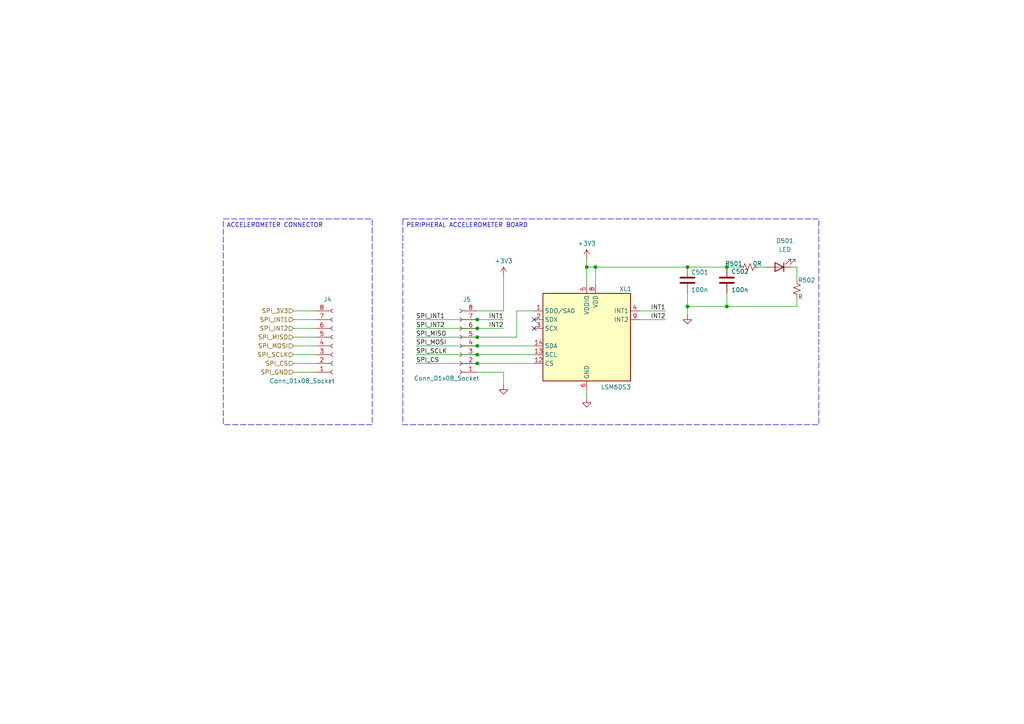
<source format=kicad_sch>
(kicad_sch (version 20231120) (generator "eeschema") (generator_version "8.0")
  (paper "A4")
  (lib_symbols
    (symbol "Connector:Conn_01x08_Socket" (pin_names (offset 1.016) hide)
      (property "Reference" "J" (at 0 10.16 0))
      (property "Value" "Conn_01x08_Socket" (at 0 -12.7 0))
      (symbol "Conn_01x08_Socket_1_1"
        (arc (start 0 -9.652) (mid -0.5058 -10.16) (end 0 -10.668) (stroke (width 0.1524)))
        (arc (start 0 -7.112) (mid -0.5058 -7.62) (end 0 -8.128) (stroke (width 0.1524)))
        (arc (start 0 -4.572) (mid -0.5058 -5.08) (end 0 -5.588) (stroke (width 0.1524)))
        (arc (start 0 -2.032) (mid -0.5058 -2.54) (end 0 -3.048) (stroke (width 0.1524)))
        (polyline (pts (xy -1.27 -10.16) (xy -0.508 -10.16)) (stroke (width 0.1524)))
        (polyline (pts (xy -1.27 -7.62) (xy -0.508 -7.62)) (stroke (width 0.1524)))
        (polyline (pts (xy -1.27 -5.08) (xy -0.508 -5.08)) (stroke (width 0.1524)))
        (polyline (pts (xy -1.27 -2.54) (xy -0.508 -2.54)) (stroke (width 0.1524)))
        (polyline (pts (xy -1.27 0) (xy -0.508 0)) (stroke (width 0.1524)))
        (polyline (pts (xy -1.27 2.54) (xy -0.508 2.54)) (stroke (width 0.1524)))
        (polyline (pts (xy -1.27 5.08) (xy -0.508 5.08)) (stroke (width 0.1524)))
        (polyline (pts (xy -1.27 7.62) (xy -0.508 7.62)) (stroke (width 0.1524)))
        (arc (start 0 0.508) (mid -0.5058 0) (end 0 -0.508) (stroke (width 0.1524)))
        (arc (start 0 3.048) (mid -0.5058 2.54) (end 0 2.032) (stroke (width 0.1524)))
        (arc (start 0 5.588) (mid -0.5058 5.08) (end 0 4.572) (stroke (width 0.1524)))
        (arc (start 0 8.128) (mid -0.5058 7.62) (end 0 7.112) (stroke (width 0.1524)))
        (pin passive line (at -5.08 7.62 0) (length 3.81) (name "Pin_1") (number "1"))
        (pin passive line (at -5.08 5.08 0) (length 3.81) (name "Pin_2") (number "2"))
        (pin passive line (at -5.08 2.54 0) (length 3.81) (name "Pin_3") (number "3"))
        (pin passive line (at -5.08 0 0) (length 3.81) (name "Pin_4") (number "4"))
        (pin passive line (at -5.08 -2.54 0) (length 3.81) (name "Pin_5") (number "5"))
        (pin passive line (at -5.08 -5.08 0) (length 3.81) (name "Pin_6") (number "6"))
        (pin passive line (at -5.08 -7.62 0) (length 3.81) (name "Pin_7") (number "7"))
        (pin passive line (at -5.08 -10.16 0) (length 3.81) (name "Pin_8") (number "8"))
      )
    )
    (symbol "Device:C" (pin_numbers hide) (pin_names (offset 0.254))
      (property "Reference" "C" (at 0.635 2.54 0))
      (property "Value" "C" (at 0.635 -2.54 0))
      (symbol "C_0_1"
        (polyline (pts (xy -2.032 -0.762) (xy 2.032 -0.762)) (stroke (width 0.508)))
        (polyline (pts (xy -2.032 0.762) (xy 2.032 0.762)) (stroke (width 0.508)))
      )
      (symbol "C_1_1"
        (pin passive line (at 0 3.81 270) (length 2.794) (name "~") (number "1"))
        (pin passive line (at 0 -3.81 90) (length 2.794) (name "~") (number "2"))
      )
    )
    (symbol "Device:LED" (pin_numbers hide) (pin_names (offset 1.016) hide)
      (property "Reference" "D" (at 0 2.54 0))
      (property "Value" "LED" (at 0 -2.54 0))
      (symbol "LED_0_1"
        (polyline (pts (xy -1.27 -1.27) (xy -1.27 1.27)) (stroke (width 0.254)))
        (polyline (pts (xy -1.27 0) (xy 1.27 0)))
        (polyline (pts (xy 1.27 -1.27) (xy 1.27 1.27) (xy -1.27 0) (xy 1.27 -1.27)) (stroke (width 0.254)))
        (polyline (pts (xy -3.048 -0.762) (xy -4.572 -2.286) (xy -3.81 -2.286) (xy -4.572 -2.286) (xy -4.572 -1.524)))
        (polyline (pts (xy -1.778 -0.762) (xy -3.302 -2.286) (xy -2.54 -2.286) (xy -3.302 -2.286) (xy -3.302 -1.524)))
      )
      (symbol "LED_1_1"
        (pin passive line (at -3.81 0 0) (length 2.54) (name "K") (number "1"))
        (pin passive line (at 3.81 0 180) (length 2.54) (name "A") (number "2"))
      )
    )
    (symbol "Device:R_Small_US" (pin_numbers hide) (pin_names (offset 0.254) hide)
      (property "Reference" "R" (at 0.762 0.508 0))
      (property "Value" "R_Small_US" (at 0.762 -1.016 0))
      (symbol "R_Small_US_1_1"
        (polyline (pts (xy 0 0) (xy 1.016 -0.381) (xy 0 -0.762) (xy -1.016 -1.143) (xy 0 -1.524)))
        (polyline (pts (xy 0 1.524) (xy 1.016 1.143) (xy 0 0.762) (xy -1.016 0.381) (xy 0 0)))
        (pin passive line (at 0 2.54 270) (length 1.016) (name "~") (number "1"))
        (pin passive line (at 0 -2.54 90) (length 1.016) (name "~") (number "2"))
      )
    )
    (symbol "Sensor_Motion:LSM6DS3"
      (property "Reference" "U" (at -11.43 15.24 0))
      (property "Value" "LSM6DS3" (at -11.43 12.7 0))
      (symbol "LSM6DS3_0_1"
        (rectangle (start -12.7 12.7) (end 12.7 -12.7) (stroke (width 0.254)) (fill (type background)))
      )
      (symbol "LSM6DS3_1_1"
        (pin bidirectional line (at -15.24 7.62 0) (length 2.54) (name "SDO/SA0") (number "1"))
        (pin no_connect line (at 12.7 -5.08 180) (length 3.81) hide (name "NC") (number "10"))
        (pin no_connect line (at 12.7 -2.54 180) (length 3.81) hide (name "NC") (number "11"))
        (pin input line (at -15.24 -7.62 0) (length 2.54) (name "CS") (number "12"))
        (pin input line (at -15.24 -5.08 0) (length 2.54) (name "SCL") (number "13"))
        (pin bidirectional line (at -15.24 -2.54 0) (length 2.54) (name "SDA") (number "14"))
        (pin bidirectional line (at -15.24 5.08 0) (length 2.54) (name "SDX") (number "2"))
        (pin input line (at -15.24 2.54 0) (length 2.54) (name "SCX") (number "3"))
        (pin output line (at 15.24 7.62 180) (length 2.54) (name "INT1") (number "4"))
        (pin power_in line (at 0 15.24 270) (length 2.54) (name "VDDIO") (number "5"))
        (pin power_in line (at 0 -15.24 90) (length 2.54) (name "GND") (number "6"))
        (pin passive line (at 0 -15.24 90) (length 2.54) hide (name "GND") (number "7"))
        (pin power_in line (at 2.54 15.24 270) (length 2.54) (name "VDD") (number "8"))
        (pin output line (at 15.24 5.08 180) (length 2.54) (name "INT2") (number "9"))
      )
    )
    (symbol "power:+3V3" (power) (pin_numbers hide) (pin_names (offset 0) hide)
      (property "Value" "+3V3" (at 0 3.556 0))
      (symbol "+3V3_0_1"
        (polyline (pts (xy -0.762 1.27) (xy 0 2.54)))
        (polyline (pts (xy 0 0) (xy 0 2.54)))
        (polyline (pts (xy 0 2.54) (xy 0.762 1.27)))
      )
      (symbol "+3V3_1_1"
        (pin power_in line (at 0 0 90) (length 0) (name "~") (number "1"))
      )
    )
    (symbol "power:GND" (power) (pin_numbers hide) (pin_names (offset 0) hide)
      (property "Value" "GND" (at 0 -3.81 0))
      (symbol "GND_0_1"
        (polyline (pts (xy 0 0) (xy 0 -1.27) (xy 1.27 -1.27) (xy 0 -2.54) (xy -1.27 -1.27) (xy 0 -1.27)))
      )
      (symbol "GND_1_1"
        (pin power_in line (at 0 0 270) (length 0) (name "~") (number "1"))
      )
    )
  )
  (junction (at 138.43 100.33))
  (junction (at 170.18 77.47))
  (junction (at 199.39 88.9))
  (junction (at 138.43 105.41))
  (junction (at 138.43 92.71))
  (junction (at 138.43 102.87))
  (junction (at 210.82 77.47))
  (junction (at 199.39 77.47))
  (junction (at 138.43 95.25))
  (junction (at 138.43 97.79))
  (junction (at 210.82 88.9))
  (junction (at 172.72 77.47))
  (no_connect (at 154.94 95.25))
  (no_connect (at 154.94 92.71))
  (wire (pts (xy 85.09 100.33) (xy 91.44 100.33)))
  (wire (pts (xy 185.42 90.17) (xy 193.04 90.17)))
  (wire (pts (xy 120.65 100.33) (xy 138.43 100.33)))
  (wire (pts (xy 138.43 100.33) (xy 154.94 100.33)))
  (wire (pts (xy 170.18 77.47) (xy 172.72 77.47)))
  (wire (pts (xy 219.71 77.47) (xy 222.25 77.47)))
  (wire (pts (xy 138.43 105.41) (xy 154.94 105.41)))
  (wire (pts (xy 120.65 105.41) (xy 138.43 105.41)))
  (wire (pts (xy 85.09 92.71) (xy 91.44 92.71)))
  (wire (pts (xy 172.72 77.47) (xy 199.39 77.47)))
  (wire (pts (xy 170.18 74.93) (xy 170.18 77.47)))
  (wire (pts (xy 199.39 91.44) (xy 199.39 88.9)))
  (wire (pts (xy 120.65 97.79) (xy 138.43 97.79)))
  (wire (pts (xy 154.94 90.17) (xy 149.86 90.17)))
  (wire (pts (xy 138.43 95.25) (xy 146.05 95.25)))
  (wire (pts (xy 85.09 97.79) (xy 91.44 97.79)))
  (wire (pts (xy 138.43 97.79) (xy 149.86 97.79)))
  (wire (pts (xy 138.43 90.17) (xy 146.05 90.17)))
  (wire (pts (xy 120.65 92.71) (xy 138.43 92.71)))
  (wire (pts (xy 199.39 77.47) (xy 210.82 77.47)))
  (wire (pts (xy 138.43 102.87) (xy 154.94 102.87)))
  (wire (pts (xy 146.05 80.01) (xy 146.05 90.17)))
  (wire (pts (xy 120.65 95.25) (xy 138.43 95.25)))
  (wire (pts (xy 185.42 92.71) (xy 193.04 92.71)))
  (wire (pts (xy 85.09 90.17) (xy 91.44 90.17)))
  (wire (pts (xy 210.82 77.47) (xy 214.63 77.47)))
  (wire (pts (xy 85.09 105.41) (xy 91.44 105.41)))
  (wire (pts (xy 146.05 107.95) (xy 146.05 111.76)))
  (wire (pts (xy 199.39 85.09) (xy 199.39 88.9)))
  (wire (pts (xy 170.18 77.47) (xy 170.18 82.55)))
  (wire (pts (xy 85.09 95.25) (xy 91.44 95.25)))
  (wire (pts (xy 199.39 88.9) (xy 210.82 88.9)))
  (wire (pts (xy 231.14 86.36) (xy 231.14 88.9)))
  (wire (pts (xy 149.86 90.17) (xy 149.86 97.79)))
  (wire (pts (xy 170.18 113.03) (xy 170.18 115.57)))
  (wire (pts (xy 229.87 77.47) (xy 231.14 77.47)))
  (wire (pts (xy 85.09 107.95) (xy 91.44 107.95)))
  (wire (pts (xy 231.14 77.47) (xy 231.14 81.28)))
  (wire (pts (xy 85.09 102.87) (xy 91.44 102.87)))
  (wire (pts (xy 120.65 102.87) (xy 138.43 102.87)))
  (wire (pts (xy 138.43 92.71) (xy 146.05 92.71)))
  (wire (pts (xy 210.82 85.09) (xy 210.82 88.9)))
  (wire (pts (xy 210.82 88.9) (xy 231.14 88.9)))
  (wire (pts (xy 172.72 77.47) (xy 172.72 82.55)))
  (wire (pts (xy 138.43 107.95) (xy 146.05 107.95)))
  (text_box "ACCELEROMETER CONNECTOR" (at 64.77 63.5 0) (size 43.18 59.69) (stroke (width 0) (type dash)) (effects (font (size 1.27 1.27)) (justify left top)))
  (text_box "PERIPHERAL ACCELEROMETER BOARD" (at 116.84 63.5 0) (size 120.65 59.69) (stroke (width 0) (type dash)) (effects (font (size 1.27 1.27)) (justify left top)))
  (label "INT1" (at 146.05 92.71 180))
  (label "INT2" (at 193.04 92.71 180))
  (label "SPI_INT2" (at 120.65 95.25 0))
  (label "SPI_MOSI" (at 120.65 100.33 0))
  (label "SPI_INT1" (at 120.65 92.71 0))
  (label "SPI_MISO" (at 120.65 97.79 0))
  (label "INT1" (at 193.04 90.17 180))
  (label "SPI_CS" (at 120.65 105.41 0))
  (label "SPI_SCLK" (at 120.65 102.87 0))
  (label "INT2" (at 146.05 95.25 180))
  (hierarchical_label "SPI_GND" (shape input) (at 85.09 107.95 180))
  (hierarchical_label "SPI_CS" (shape input) (at 85.09 105.41 180))
  (hierarchical_label "SPI_INT2" (shape input) (at 85.09 95.25 180))
  (hierarchical_label "SPI_3V3" (shape input) (at 85.09 90.17 180))
  (hierarchical_label "SPI_MOSI" (shape input) (at 85.09 100.33 180))
  (hierarchical_label "SPI_SCLK" (shape input) (at 85.09 102.87 180))
  (hierarchical_label "SPI_INT1" (shape input) (at 85.09 92.71 180))
  (hierarchical_label "SPI_MISO" (shape input) (at 85.09 97.79 180))
  (symbol (lib_id "Connector:Conn_01x08_Socket") (at 96.52 100.33 0) (mirror x) (unit 1)
    (property "Reference" "J4" (at 94.996 86.868 0))
    (property "Value" "Conn_01x08_Socket" (at 87.63 110.49 0))
    (property "Description" "Generic connector, single row, 01x08, script generated" (effects (hide yes)))
  )
  (symbol (lib_id "power:GND") (at 146.05 111.76 0) (unit 1)
    (property "Reference" "#PWR032" (effects (hide yes)))
    (property "Value" "GND" (effects (hide yes)))
    (property "Description" "Power symbol creates a global label with name \"GND\" , ground" (effects (hide yes)))
  )
  (symbol (lib_id "Sensor_Motion:LSM6DS3") (at 170.18 97.79 0) (unit 1)
    (property "Reference" "XL1" (at 179.578 83.82 0) (effects (justify left)))
    (property "Value" "LSM6DS3" (at 174.244 112.268 0) (effects (justify left)))
    (property "Footprint" "Package_LGA:LGA-14_3x2.5mm_P0.5mm_LayoutBorder3x4y" (effects (hide yes)))
    (property "Datasheet" "https://www.st.com/resource/en/datasheet/lsm6ds3tr-c.pdf" (effects (hide yes)))
    (property "Description" "I2C/SPI, iNEMO inertial module: always-on 3D accelerometer and 3D gyroscope" (effects (hide yes)))
  )
  (symbol (lib_id "Device:C") (at 199.39 81.28 0) (unit 1)
    (property "Reference" "C501" (at 200.406 78.994 0) (effects (justify left)))
    (property "Value" "100n" (at 200.406 84.074 0) (effects (justify left)))
    (property "Description" "Unpolarized capacitor" (effects (hide yes)))
  )
  (symbol (lib_id "Connector:Conn_01x08_Socket") (at 133.35 100.33 180) (unit 1)
    (property "Reference" "J5" (at 135.382 86.868 0))
    (property "Value" "Conn_01x08_Socket" (at 129.54 109.728 0))
    (property "Description" "Generic connector, single row, 01x08, script generated" (effects (hide yes)))
  )
  (symbol (lib_id "Device:R_Small_US") (at 231.14 83.82 0) (unit 1)
    (property "Reference" "R502" (at 231.394 81.28 0) (effects (justify left)))
    (property "Value" "R" (at 231.394 86.106 0) (effects (justify left)))
    (property "Description" "Resistor, small US symbol" (effects (hide yes)))
  )
  (symbol (lib_id "power:+3V3") (at 146.05 80.01 0) (unit 1)
    (property "Reference" "#PWR031" (effects (hide yes)))
    (property "Value" "+3V3" (at 146.05 75.692 0))
    (property "Description" "Power symbol creates a global label with name \"+3V3\"" (effects (hide yes)))
  )
  (symbol (lib_id "Device:R_Small_US") (at 217.17 77.47 90) (unit 1)
    (property "Reference" "R501" (at 215.392 76.454 90) (effects (justify left)))
    (property "Value" "0R" (at 220.98 76.454 90) (effects (justify left)))
    (property "Description" "Resistor, small US symbol" (effects (hide yes)))
  )
  (symbol (lib_id "power:+3V3") (at 170.18 74.93 0) (unit 1)
    (property "Reference" "#PWR033" (effects (hide yes)))
    (property "Value" "+3V3" (at 170.18 70.612 0))
    (property "Description" "Power symbol creates a global label with name \"+3V3\"" (effects (hide yes)))
  )
  (symbol (lib_id "power:GND") (at 199.39 91.44 0) (unit 1)
    (property "Reference" "#PWR035" (effects (hide yes)))
    (property "Value" "GND" (effects (hide yes)))
    (property "Description" "Power symbol creates a global label with name \"GND\" , ground" (effects (hide yes)))
  )
  (symbol (lib_id "power:GND") (at 170.18 115.57 0) (unit 1)
    (property "Reference" "#PWR034" (effects (hide yes)))
    (property "Value" "GND" (effects (hide yes)))
    (property "Description" "Power symbol creates a global label with name \"GND\" , ground" (effects (hide yes)))
  )
  (symbol (lib_id "Device:LED") (at 226.06 77.47 180) (unit 1)
    (property "Reference" "D501" (at 227.6475 69.85 0))
    (property "Value" "LED" (at 227.6475 72.39 0))
    (property "Description" "Light emitting diode" (effects (hide yes)))
  )
  (symbol (lib_id "Device:C") (at 210.82 81.28 0) (unit 1)
    (property "Reference" "C502" (at 212.09 78.74 0) (effects (justify left)))
    (property "Value" "100n" (at 212.09 84.074 0) (effects (justify left)))
    (property "Description" "Unpolarized capacitor" (effects (hide yes)))
  )
)
</source>
